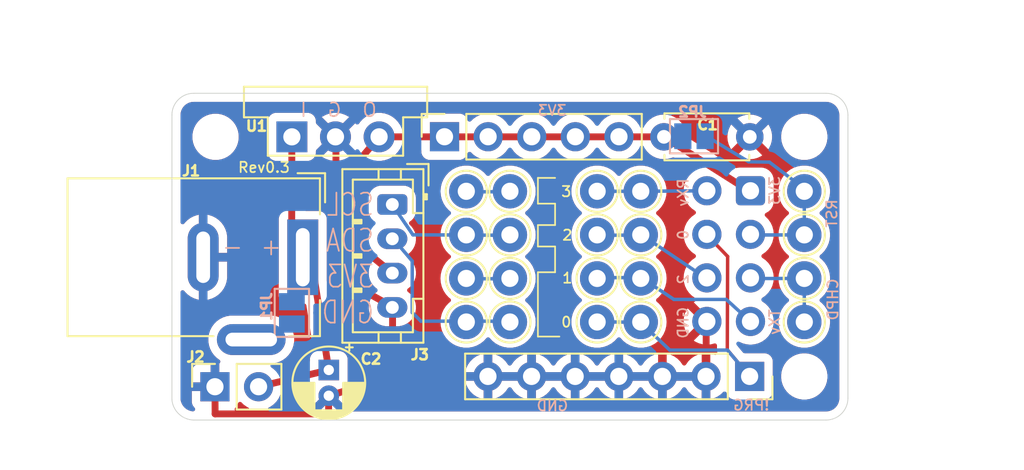
<source format=kicad_pcb>
(kicad_pcb (version 20240108) (generator "pcbnew") (generator_version "8.0")
  (layers (0 "F.Cu" signal) (31 "B.Cu" signal) (34 "B.Paste" user) (35 "F.Paste" user) (36 "B.SilkS" user "B.Silkscreen") (37 "F.SilkS" user "F.Silkscreen") (38 "B.Mask" user) (39 "F.Mask" user) (44 "Edge.Cuts" user))
  (net 0 "")
  (net 1 "GND")
  (net 2 "+3.3V")
  (net 3 "Net-(J2-Pin_2)")
  (net 4 "Net-(JP1-A)")
  (net 7 "Net-(J6-Pin_3)")
  (footprint "Capacitor_THT:CP_Radial_D4.0mm_P1.50mm" (layer "F.Cu") (at 65.5 171.12 -90)
    (property "Reference" "C2" (at -0.64 -2.46 180) (layer "F.SilkS") (effects (font (size 0.6 0.6))))
    (property "Value" "10")
    (fp_line (start 0.75 0.84) (end 0.75 2.08) (stroke (width 0.12)) (layer "F.SilkS"))
    (fp_line (start 0.79 0.84) (end 0.79 2.08) (stroke (width 0.12)) (layer "F.SilkS"))
    (fp_line (start 0.83 0.84) (end 0.83 2.079) (stroke (width 0.12)) (layer "F.SilkS"))
    (fp_line (start 0.87 0.84) (end 0.87 2.077) (stroke (width 0.12)) (layer "F.SilkS"))
    (fp_line (start 0.91 0.84) (end 0.91 2.074) (stroke (width 0.12)) (layer "F.SilkS"))
    (fp_line (start 0.95 0.84) (end 0.95 2.071) (stroke (width 0.12)) (layer "F.SilkS"))
    (fp_line (start 0.99 0.84) (end 0.99 2.067) (stroke (width 0.12)) (layer "F.SilkS"))
    (fp_line (start 1.03 0.84) (end 1.03 2.062) (stroke (width 0.12)) (layer "F.SilkS"))
    (fp_line (start 1.07 0.84) (end 1.07 2.056) (stroke (width 0.12)) (layer "F.SilkS"))
    (fp_line (start 1.11 0.84) (end 1.11 2.05) (stroke (width 0.12)) (layer "F.SilkS"))
    (fp_line (start 1.15 0.84) (end 1.15 2.042) (stroke (width 0.12)) (layer "F.SilkS"))
    (fp_line (start 1.19 0.84) (end 1.19 2.034) (stroke (width 0.12)) (layer "F.SilkS"))
    (fp_line (start 1.23 0.84) (end 1.23 2.025) (stroke (width 0.12)) (layer "F.SilkS"))
    (fp_line (start 1.27 0.84) (end 1.27 2.016) (stroke (width 0.12)) (layer "F.SilkS"))
    (fp_line (start 1.31 0.84) (end 1.31 2.005) (stroke (width 0.12)) (layer "F.SilkS"))
    (fp_line (start 1.35 0.84) (end 1.35 1.994) (stroke (width 0.12)) (layer "F.SilkS"))
    (fp_line (start 1.39 0.84) (end 1.39 1.982) (stroke (width 0.12)) (layer "F.SilkS"))
    (fp_line (start 1.43 0.84) (end 1.43 1.968) (stroke (width 0.12)) (layer "F.SilkS"))
    (fp_line (start 1.471 0.84) (end 1.471 1.954) (stroke (width 0.12)) (layer "F.SilkS"))
    (fp_line (start 1.511 0.84) (end 1.511 1.94) (stroke (width 0.12)) (layer "F.SilkS"))
    (fp_line (start 1.551 0.84) (end 1.551 1.924) (stroke (width 0.12)) (layer "F.SilkS"))
    (fp_line (start 1.591 0.84) (end 1.591 1.907) (stroke (width 0.12)) (layer "F.SilkS"))
    (fp_line (start 1.631 0.84) (end 1.631 1.889) (stroke (width 0.12)) (layer "F.SilkS"))
    (fp_line (start 1.671 0.84) (end 1.671 1.87) (stroke (width 0.12)) (layer "F.SilkS"))
    (fp_line (start 1.711 0.84) (end 1.711 1.851) (stroke (width 0.12)) (layer "F.SilkS"))
    (fp_line (start 1.751 0.84) (end 1.751 1.83) (stroke (width 0.12)) (layer "F.SilkS"))
    (fp_line (start 1.791 0.84) (end 1.791 1.808) (stroke (width 0.12)) (layer "F.SilkS"))
    (fp_line (start 1.831 0.84) (end 1.831 1.785) (stroke (width 0.12)) (layer "F.SilkS"))
    (fp_line (start 1.871 0.84) (end 1.871 1.76) (stroke (width 0.12)) (layer "F.SilkS"))
    (fp_line (start 1.911 0.84) (end 1.911 1.735) (stroke (width 0.12)) (layer "F.SilkS"))
    (fp_line (start 1.951 0.84) (end 1.951 1.708) (stroke (width 0.12)) (layer "F.SilkS"))
    (fp_line (start 1.991 0.84) (end 1.991 1.68) (stroke (width 0.12)) (layer "F.SilkS"))
    (fp_line (start 2.031 0.84) (end 2.031 1.65) (stroke (width 0.12)) (layer "F.SilkS"))
    (fp_line (start 2.071 0.84) (end 2.071 1.619) (stroke (width 0.12)) (layer "F.SilkS"))
    (fp_line (start 2.111 0.84) (end 2.111 1.587) (stroke (width 0.12)) (layer "F.SilkS"))
    (fp_line (start 2.151 0.84) (end 2.151 1.552) (stroke (width 0.12)) (layer "F.SilkS"))
    (fp_line (start 2.191 0.84) (end 2.191 1.516) (stroke (width 0.12)) (layer "F.SilkS"))
    (fp_line (start 2.231 0.84) (end 2.231 1.478) (stroke (width 0.12)) (layer "F.SilkS"))
    (fp_line (start 2.271 0.84) (end 2.271 1.438) (stroke (width 0.12)) (layer "F.SilkS"))
    (fp_line (start 2.311 0.84) (end 2.311 1.396) (stroke (width 0.12)) (layer "F.SilkS"))
    (fp_line (start 2.831 -0.37) (end 2.831 0.37) (stroke (width 0.12)) (layer "F.SilkS"))
    (fp_line (start 2.791 -0.537) (end 2.791 0.537) (stroke (width 0.12)) (layer "F.SilkS"))
    (fp_line (start 2.751 -0.664) (end 2.751 0.664) (stroke (width 0.12)) (layer "F.SilkS"))
    (fp_line (start 2.711 -0.768) (end 2.711 0.768) (stroke (width 0.12)) (layer "F.SilkS"))
    (fp_line (start 2.671 -0.859) (end 2.671 0.859) (stroke (width 0.12)) (layer "F.SilkS"))
    (fp_line (start 2.631 -0.94) (end 2.631 0.94) (stroke (width 0.12)) (layer "F.SilkS"))
    (fp_line (start 2.591 -1.013) (end 2.591 1.013) (stroke (width 0.12)) (layer "F.SilkS"))
    (fp_line (start 2.551 -1.08) (end 2.551 1.08) (stroke (width 0.12)) (layer "F.SilkS"))
    (fp_line (start 2.511 -1.142) (end 2.511 1.142) (stroke (width 0.12)) (layer "F.SilkS"))
    (fp_line (start -1.519801 -1.195) (end -1.119801 -1.195) (stroke (width 0.12)) (layer "F.SilkS"))
    (fp_line (start 2.471 -1.2) (end 2.471 1.2) (stroke (width 0.12)) (layer "F.SilkS"))
    (fp_line (start 2.431 -1.254) (end 2.431 1.254) (stroke (width 0.12)) (layer "F.SilkS"))
    (fp_line (start 2.391 -1.304) (end 2.391 1.304) (stroke (width 0.12)) (layer "F.SilkS"))
    (fp_line (start 2.351 -1.351) (end 2.351 1.351) (stroke (width 0.12)) (layer "F.SilkS"))
    (fp_line (start -1.319801 -1.395) (end -1.319801 -0.995) (stroke (width 0.12)) (layer "F.SilkS"))
    (fp_line (start 2.311 -1.396) (end 2.311 -0.84) (stroke (width 0.12)) (layer "F.SilkS"))
    (fp_line (start 2.271 -1.438) (end 2.271 -0.84) (stroke (width 0.12)) (layer "F.SilkS"))
    (fp_line (start 2.231 -1.478) (end 2.231 -0.84) (stroke (width 0.12)) (layer "F.SilkS"))
    (fp_line (start 2.191 -1.516) (end 2.191 -0.84) (stroke (width 0.12)) (layer "F.SilkS"))
    (fp_line (start 2.151 -1.552) (end 2.151 -0.84) (stroke (width 0.12)) (layer "F.SilkS"))
    (fp_line (start 2.111 -1.587) (end 2.111 -0.84) (stroke (width 0.12)) (layer "F.SilkS"))
    (fp_line (start 2.071 -1.619) (end 2.071 -0.84) (stroke (width 0.12)) (layer "F.SilkS"))
    (fp_line (start 2.031 -1.65) (end 2.031 -0.84) (stroke (width 0.12)) (layer "F.SilkS"))
    (fp_line (start 1.991 -1.68) (end 1.991 -0.84) (stroke (width 0.12)) (layer "F.SilkS"))
    (fp_line (start 1.951 -1.708) (end 1.951 -0.84) (stroke (width 0.12)) (layer "F.SilkS"))
    (fp_line (start 1.911 -1.735) (end 1.911 -0.84) (stroke (width 0.12)) (layer "F.SilkS"))
    (fp_line (start 1.871 -1.76) (end 1.871 -0.84) (stroke (width 0.12)) (layer "F.SilkS"))
    (fp_line (start 1.831 -1.785) (end 1.831 -0.84) (stroke (width 0.12)) (layer "F.SilkS"))
    (fp_line (start 1.791 -1.808) (end 1.791 -0.84) (stroke (width 0.12)) (layer "F.SilkS"))
    (fp_line (start 1.751 -1.83) (end 1.751 -0.84) (stroke (width 0.12)) (layer "F.SilkS"))
    (fp_line (start 1.711 -1.851) (end 1.711 -0.84) (stroke (width 0.12)) (layer "F.SilkS"))
    (fp_line (start 1.671 -1.87) (end 1.671 -0.84) (stroke (width 0.12)) (layer "F.SilkS"))
    (fp_line (start 1.631 -1.889) (end 1.631 -0.84) (stroke (width 0.12)) (layer "F.SilkS"))
    (fp_line (start 1.591 -1.907) (end 1.591 -0.84) (stroke (width 0.12)) (layer "F.SilkS"))
    (fp_line (start 1.551 -1.924) (end 1.551 -0.84) (stroke (width 0.12)) (layer "F.SilkS"))
    (fp_line (start 1.511 -1.94) (end 1.511 -0.84) (stroke (width 0.12)) (layer "F.SilkS"))
    (fp_line (start 1.471 -1.954) (end 1.471 -0.84) (stroke (width 0.12)) (layer "F.SilkS"))
    (fp_line (start 1.43 -1.968) (end 1.43 -0.84) (stroke (width 0.12)) (layer "F.SilkS"))
    (fp_line (start 1.39 -1.982) (end 1.39 -0.84) (stroke (width 0.12)) (layer "F.SilkS"))
    (fp_line (start 1.35 -1.994) (end 1.35 -0.84) (stroke (width 0.12)) (layer "F.SilkS"))
    (fp_line (start 1.31 -2.005) (end 1.31 -0.84) (stroke (width 0.12)) (layer "F.SilkS"))
    (fp_line (start 1.27 -2.016) (end 1.27 -0.84) (stroke (width 0.12)) (layer "F.SilkS"))
    (fp_line (start 1.23 -2.025) (end 1.23 -0.84) (stroke (width 0.12)) (layer "F.SilkS"))
    (fp_line (start 1.19 -2.034) (end 1.19 -0.84) (stroke (width 0.12)) (layer "F.SilkS"))
    (fp_line (start 1.15 -2.042) (end 1.15 -0.84) (stroke (width 0.12)) (layer "F.SilkS"))
    (fp_line (start 1.11 -2.05) (end 1.11 -0.84) (stroke (width 0.12)) (layer "F.SilkS"))
    (fp_line (start 1.07 -2.056) (end 1.07 -0.84) (stroke (width 0.12)) (layer "F.SilkS"))
    (fp_line (start 1.03 -2.062) (end 1.03 -0.84) (stroke (width 0.12)) (layer "F.SilkS"))
    (fp_line (start 0.99 -2.067) (end 0.99 -0.84) (stroke (width 0.12)) (layer "F.SilkS"))
    (fp_line (start 0.95 -2.071) (end 0.95 -0.84) (stroke (width 0.12)) (layer "F.SilkS"))
    (fp_line (start 0.91 -2.074) (end 0.91 -0.84) (stroke (width 0.12)) (layer "F.SilkS"))
    (fp_line (start 0.87 -2.077) (end 0.87 -0.84) (stroke (width 0.12)) (layer "F.SilkS"))
    (fp_line (start 0.83 -2.079) (end 0.83 -0.84) (stroke (width 0.12)) (layer "F.SilkS"))
    (fp_line (start 0.75 -2.08) (end 0.75 -0.84) (stroke (width 0.12)) (layer "F.SilkS"))
    (fp_line (start 0.79 -2.08) (end 0.79 -0.84) (stroke (width 0.12)) (layer "F.SilkS"))
    (fp_circle (center 0.75 0) (end 2.87 0) (stroke (width 0.12)) (fill none) (layer "F.SilkS"))
    (pad "1" thru_hole rect (at 0 0 270) (size 1.2 1.2) (drill 0.6) (layers "*.Cu" "*.Mask") (net 3 "Net-(J2-Pin_2)"))
    (pad "2" thru_hole circle (at 1.5 0 270) (size 1.2 1.2) (drill 0.6) (layers "*.Cu" "*.Mask") (net 1 "GND"))
  )
  (footprint "Connector_BarrelJack:BarrelJack_Wuerth_6941xx301002" (layer "F.Cu") (at 63.9846 164.546 -90)
    (property "Reference" "J1" (at -5.036 6.5046 180) (layer "F.SilkS") (effects (font (size 0.6 0.6))))
    (property "Value" "Barrel_Jack_Switch_MountingPin")
    (fp_line (start -4.6 13.7) (end -4.6 -1) (stroke (width 0.12)) (layer "F.SilkS"))
    (fp_line (start 4.6 13.7) (end -4.6 13.7) (stroke (width 0.12)) (layer "F.SilkS"))
    (fp_line (start 4.6 5.2) (end 4.6 13.7) (stroke (width 0.12)) (layer "F.SilkS"))
    (fp_line (start -4.6 -1) (end -2.5 -1) (stroke (width 0.12)) (layer "F.SilkS"))
    (fp_line (start 2.5 -1) (end 4.6 -1) (stroke (width 0.12)) (layer "F.SilkS"))
    (fp_line (start 4.6 -1) (end 4.6 0.8) (stroke (width 0.12)) (layer "F.SilkS"))
    (fp_line (start -4.9 -1.3) (end -4.9 0.3) (stroke (width 0.12)) (layer "F.SilkS"))
    (fp_line (start -3.2 -1.3) (end -4.9 -1.3) (stroke (width 0.12)) (layer "F.SilkS"))
    (pad "1" thru_hole rect (at 0 0 270) (size 4.4 1.8) (drill oval 3.4 0.8) (layers "*.Cu" "*.Mask") (net 3 "Net-(J2-Pin_2)"))
    (pad "2" thru_hole oval (at 0 5.8 270) (size 4 1.8) (drill oval 3 0.8) (layers "*.Cu" "*.Mask") (net 1 "GND"))
    (pad "3" thru_hole oval (at 4.8 3) (size 4 1.8) (drill oval 3 0.8) (layers "*.Cu" "*.Mask") (net 4 "Net-(JP1-A)"))
  )
  (footprint "Converter_DCDC:Converter_DCDC_Murata_OKI-78SR_Vertical" (layer "F.Cu") (at 63.3496 157.526)
    (property "Reference" "U1" (at -2.0596 -0.626 180) (layer "F.SilkS") (effects (font (size 0.6 0.6))))
    (property "Value" "OKI-78SR-3.3_1.5-W36-C" (hide yes))
    (fp_line (start -2.79 -2.92) (end -2.79 -1.14) (stroke (width 0.12)) (layer "F.SilkS"))
    (fp_line (start -1.4 -1.14) (end -2.79 -1.14) (stroke (width 0.12)) (layer "F.SilkS"))
    (fp_line (start -1.4 1.1) (end -1.4 -1.14) (stroke (width 0.12)) (layer "F.SilkS"))
    (fp_line (start 6.48 -1.14) (end 6.48 1.1) (stroke (width 0.12)) (layer "F.SilkS"))
    (fp_line (start 6.48 1.1) (end -1.4 1.1) (stroke (width 0.12)) (layer "F.SilkS"))
    (fp_line (start 7.88 -2.92) (end -2.79 -2.92) (stroke (width 0.12)) (layer "F.SilkS"))
    (fp_line (start 7.88 -1.15) (end 7.88 -2.92) (stroke (width 0.12)) (layer "F.SilkS"))
    (fp_line (start 7.88 -1.14) (end 6.48 -1.14) (stroke (width 0.12)) (layer "F.SilkS"))
    (pad "1" thru_hole rect (at 0 0) (size 1.8 1.8) (drill 1) (layers "*.Cu" "*.Mask") (net 3 "Net-(J2-Pin_2)"))
    (pad "2" thru_hole circle (at 2.54 0) (size 1.8 1.8) (drill 1) (layers "*.Cu" "*.Mask") (net 1 "GND"))
    (pad "3" thru_hole circle (at 5.08 0) (size 1.8 1.8) (drill 1) (layers "*.Cu" "*.Mask") (net 2 "+3.3V"))
  )
  (footprint "Connector_PinSocket_2.54mm:PinSocket_1x02_P2.54mm_Vertical" (layer "F.Cu") (at 58.87 172.095 90)
    (property "Reference" "J2" (at 1.735 -1.13 0) (layer "F.SilkS") (effects (font (size 0.6 0.6))))
    (property "Value" "Conn_01x02_Socket" (hide yes))
    (fp_line (start 1.33 -1.33) (end 1.33 0) (stroke (width 0.12)) (layer "F.SilkS"))
    (fp_line (start 0 -1.33) (end 1.33 -1.33) (stroke (width 0.12)) (layer "F.SilkS"))
    (fp_line (start 1.33 1.27) (end 1.33 3.87) (stroke (width 0.12)) (layer "F.SilkS"))
    (fp_line (start -1.33 1.27) (end 1.33 1.27) (stroke (width 0.12)) (layer "F.SilkS"))
    (fp_line (start -1.33 1.27) (end -1.33 3.87) (stroke (width 0.12)) (layer "F.SilkS"))
    (fp_line (start -1.33 3.87) (end 1.33 3.87) (stroke (width 0.12)) (layer "F.SilkS"))
    (pad "1" thru_hole rect (at 0 0 90) (size 1.7 1.7) (drill 1) (layers "*.Cu" "*.Mask") (net 1 "GND"))
    (pad "2" thru_hole oval (at 0 2.54 90) (size 1.7 1.7) (drill 1) (layers "*.Cu" "*.Mask") (net 3 "Net-(J2-Pin_2)"))
  )
  (footprint "TestPoint:TestPoint_THTPad_D2.0mm_Drill1.0mm" (layer "F.Cu") (at 73.5096 165.781)
    (property "Reference" "REF**" (hide yes))
    (property "Value" "TestPoint_THTPad_D2.0mm_Drill1.0mm" (hide yes))
    (fp_circle (center 0 0) (end 0 1.2) (stroke (width 0.12)) (fill none) (layer "F.SilkS"))
    (pad "1" thru_hole circle (at 0 0) (size 2 2) (drill 1) (layers "*.Cu" "*.Mask"))
  )
  (footprint "TestPoint:TestPoint_THTPad_D2.0mm_Drill1.0mm" (layer "F.Cu") (at 81.1296 165.781)
    (property "Reference" "REF**" (hide yes))
    (property "Value" "TestPoint_THTPad_D2.0mm_Drill1.0mm" (hide yes))
    (fp_circle (center 0 0) (end 0 1.2) (stroke (width 0.12)) (fill none) (layer "F.SilkS"))
    (pad "1" thru_hole circle (at 0 0) (size 2 2) (drill 1) (layers "*.Cu" "*.Mask"))
  )
  (footprint "TestPoint:TestPoint_THTPad_D2.0mm_Drill1.0mm" (layer "F.Cu") (at 81.1296 168.321)
    (property "Reference" "REF**" (hide yes))
    (property "Value" "TestPoint_THTPad_D2.0mm_Drill1.0mm" (hide yes))
    (fp_circle (center 0 0) (end 0 1.2) (stroke (width 0.12)) (fill none) (layer "F.SilkS"))
    (pad "1" thru_hole circle (at 0 0) (size 2 2) (drill 1) (layers "*.Cu" "*.Mask"))
  )
  (footprint "Capacitor_THT:C_Disc_D4.7mm_W2.5mm_P5.00mm" (layer "F.Cu") (at 85.0196 157.526)
    (property "Reference" "C1" (at 2.5404 -0.706 0) (layer "F.SilkS") (effects (font (size 0.6 0.6))))
    (property "Value" "0.1")
    (fp_line (start 0.03 -1.37) (end 0.03 -1.055) (stroke (width 0.12)) (layer "F.SilkS"))
    (fp_line (start 0.03 -1.37) (end 4.97 -1.37) (stroke (width 0.12)) (layer "F.SilkS"))
    (fp_line (start 0.03 1.055) (end 0.03 1.37) (stroke (width 0.12)) (layer "F.SilkS"))
    (fp_line (start 0.03 1.37) (end 4.97 1.37) (stroke (width 0.12)) (layer "F.SilkS"))
    (fp_line (start 4.97 -1.37) (end 4.97 -1.055) (stroke (width 0.12)) (layer "F.SilkS"))
    (fp_line (start 4.97 1.055) (end 4.97 1.37) (stroke (width 0.12)) (layer "F.SilkS"))
    (pad "1" thru_hole circle (at 0 0) (size 1.6 1.6) (drill 0.8) (layers "*.Cu" "*.Mask") (net 2 "+3.3V"))
    (pad "2" thru_hole circle (at 5 0) (size 1.6 1.6) (drill 0.8) (layers "*.Cu" "*.Mask") (net 1 "GND"))
  )
  (footprint "TestPoint:TestPoint_THTPad_D2.0mm_Drill1.0mm" (layer "F.Cu") (at 93.1946 165.781)
    (property "Reference" "REF**" (hide yes))
    (property "Value" "TestPoint_THTPad_D2.0mm_Drill1.0mm" (hide yes))
    (fp_circle (center 0 0) (end 0 1.2) (stroke (width 0.12)) (fill none) (layer "F.SilkS"))
    (pad "1" thru_hole circle (at 0 0) (size 2 2) (drill 1) (layers "*.Cu" "*.Mask"))
  )
  (footprint "Connector_PinSocket_2.54mm:PinSocket_1x07_P2.54mm_Vertical" (layer "F.Cu") (at 90.01 171.495 -90)
    (property "Reference" "J5" (hide yes))
    (property "Value" "Conn_01x07_Socket" (hide yes))
    (fp_line (start -1.33 16.57) (end 1.33 16.57) (stroke (width 0.12)) (layer "F.SilkS"))
    (fp_line (start -1.33 1.27) (end -1.33 16.57) (stroke (width 0.12)) (layer "F.SilkS"))
    (fp_line (start -1.33 1.27) (end 1.33 1.27) (stroke (width 0.12)) (layer "F.SilkS"))
    (fp_line (start 1.33 1.27) (end 1.33 16.57) (stroke (width 0.12)) (layer "F.SilkS"))
    (fp_line (start 0 -1.33) (end 1.33 -1.33) (stroke (width 0.12)) (layer "F.SilkS"))
    (fp_line (start 1.33 -1.33) (end 1.33 0) (stroke (width 0.12)) (layer "F.SilkS"))
    (pad "1" thru_hole rect (at 0 0 270) (size 1.7 1.7) (drill 1) (layers "*.Cu" "*.Mask"))
    (pad "2" thru_hole oval (at 0 2.54 270) (size 1.7 1.7) (drill 1) (layers "*.Cu" "*.Mask") (net 1 "GND"))
    (pad "3" thru_hole oval (at 0 5.08 270) (size 1.7 1.7) (drill 1) (layers "*.Cu" "*.Mask") (net 1 "GND"))
    (pad "4" thru_hole oval (at 0 7.62 270) (size 1.7 1.7) (drill 1) (layers "*.Cu" "*.Mask") (net 1 "GND"))
    (pad "5" thru_hole oval (at 0 10.16 270) (size 1.7 1.7) (drill 1) (layers "*.Cu" "*.Mask") (net 1 "GND"))
    (pad "6" thru_hole oval (at 0 12.7 270) (size 1.7 1.7) (drill 1) (layers "*.Cu" "*.Mask") (net 1 "GND"))
    (pad "7" thru_hole oval (at 0 15.24 270) (size 1.7 1.7) (drill 1) (layers "*.Cu" "*.Mask") (net 1 "GND"))
  )
  (footprint "TestPoint:TestPoint_THTPad_D2.0mm_Drill1.0mm" (layer "F.Cu") (at 73.5096 168.321)
    (property "Reference" "REF**" (hide yes))
    (property "Value" "TestPoint_THTPad_D2.0mm_Drill1.0mm" (hide yes))
    (fp_circle (center 0 0) (end 0 1.2) (stroke (width 0.12)) (fill none) (layer "F.SilkS"))
    (pad "1" thru_hole circle (at 0 0) (size 2 2) (drill 1) (layers "*.Cu" "*.Mask"))
  )
  (footprint "TestPoint:TestPoint_THTPad_D2.0mm_Drill1.0mm" (layer "F.Cu") (at 76.0496 165.781)
    (property "Reference" "REF**" (hide yes))
    (property "Value" "TestPoint_THTPad_D2.0mm_Drill1.0mm" (hide yes))
    (fp_circle (center 0 0) (end 0 1.2) (stroke (width 0.12)) (fill none) (layer "F.SilkS"))
    (pad "1" thru_hole circle (at 0 0) (size 2 2) (drill 1) (layers "*.Cu" "*.Mask"))
  )
  (footprint "TestPoint:TestPoint_THTPad_D2.0mm_Drill1.0mm" (layer "F.Cu") (at 76.0496 168.321)
    (property "Reference" "REF**" (hide yes))
    (property "Value" "TestPoint_THTPad_D2.0mm_Drill1.0mm" (hide yes))
    (fp_circle (center 0 0) (end 0 1.2) (stroke (width 0.12)) (fill none) (layer "F.SilkS"))
    (pad "1" thru_hole circle (at 0 0) (size 2 2) (drill 1) (layers "*.Cu" "*.Mask"))
  )
  (footprint "TestPoint:TestPoint_THTPad_D2.0mm_Drill1.0mm" (layer "F.Cu") (at 83.6696 168.321)
    (property "Reference" "REF**" (hide yes))
    (property "Value" "TestPoint_THTPad_D2.0mm_Drill1.0mm" (hide yes))
    (fp_circle (center 0 0) (end 0 1.2) (stroke (width 0.12)) (fill none) (layer "F.SilkS"))
    (pad "1" thru_hole circle (at 0 0) (size 2 2) (drill 1) (layers "*.Cu" "*.Mask"))
  )
  (footprint "Connector_PinSocket_2.54mm:PinSocket_1x05_P2.54mm_Vertical" (layer "F.Cu") (at 72.24 157.52 90)
    (property "Reference" "J4" (hide yes))
    (property "Value" "Conn_01x05_Socket" (hide yes))
    (fp_line (start 1.33 -1.33) (end 1.33 0) (stroke (width 0.12)) (layer "F.SilkS"))
    (fp_line (start 0 -1.33) (end 1.33 -1.33) (stroke (width 0.12)) (layer "F.SilkS"))
    (fp_line (start 1.33 1.27) (end 1.33 11.49) (stroke (width 0.12)) (layer "F.SilkS"))
    (fp_line (start -1.33 1.27) (end 1.33 1.27) (stroke (width 0.12)) (layer "F.SilkS"))
    (fp_line (start -1.33 1.27) (end -1.33 11.49) (stroke (width 0.12)) (layer "F.SilkS"))
    (fp_line (start -1.33 11.49) (end 1.33 11.49) (stroke (width 0.12)) (layer "F.SilkS"))
    (pad "1" thru_hole rect (at 0 0 90) (size 1.7 1.7) (drill 1) (layers "*.Cu" "*.Mask") (net 2 "+3.3V"))
    (pad "2" thru_hole oval (at 0 2.54 90) (size 1.7 1.7) (drill 1) (layers "*.Cu" "*.Mask") (net 2 "+3.3V"))
    (pad "3" thru_hole oval (at 0 5.08 90) (size 1.7 1.7) (drill 1) (layers "*.Cu" "*.Mask") (net 2 "+3.3V"))
    (pad "4" thru_hole oval (at 0 7.62 90) (size 1.7 1.7) (drill 1) (layers "*.Cu" "*.Mask") (net 2 "+3.3V"))
    (pad "5" thru_hole oval (at 0 10.16 90) (size 1.7 1.7) (drill 1) (layers "*.Cu" "*.Mask") (net 2 "+3.3V"))
  )
  (footprint "MountingHole:MountingHole_2.2mm_M2_DIN965" (layer "F.Cu") (at 93.1946 157.526)
    (property "Reference" "REF**" (hide yes))
    (property "Value" "MountingHole_2.2mm_M2_DIN965")
    (pad "" np_thru_hole circle (at 0 0) (size 2.2 2.2) (drill 2.2) (layers "F&B.Cu" "*.Mask"))
  )
  (footprint "TestPoint:TestPoint_THTPad_D2.0mm_Drill1.0mm" (layer "F.Cu") (at 93.1946 168.321)
    (property "Reference" "REF**" (hide yes))
    (property "Value" "TestPoint_THTPad_D2.0mm_Drill1.0mm" (hide yes))
    (fp_circle (center 0 0) (end 0 1.2) (stroke (width 0.12)) (fill none) (layer "F.SilkS"))
    (pad "1" thru_hole circle (at 0 0) (size 2 2) (drill 1) (layers "*.Cu" "*.Mask"))
  )
  (footprint "TestPoint:TestPoint_THTPad_D2.0mm_Drill1.0mm" (layer "F.Cu") (at 73.5096 163.241)
    (property "Reference" "REF**" (hide yes))
    (property "Value" "TestPoint_THTPad_D2.0mm_Drill1.0mm" (hide yes))
    (fp_circle (center 0 0) (end 0 1.2) (stroke (width 0.12)) (fill none) (layer "F.SilkS"))
    (pad "1" thru_hole circle (at 0 0) (size 2 2) (drill 1) (layers "*.Cu" "*.Mask"))
  )
  (footprint "TestPoint:TestPoint_THTPad_D2.0mm_Drill1.0mm" (layer "F.Cu") (at 93.1946 163.241)
    (property "Reference" "REF**" (hide yes))
    (property "Value" "TestPoint_THTPad_D2.0mm_Drill1.0mm" (hide yes))
    (fp_circle (center 0 0) (end 0 1.2) (stroke (width 0.12)) (fill none) (layer "F.SilkS"))
    (pad "1" thru_hole circle (at 0 0) (size 2 2) (drill 1) (layers "*.Cu" "*.Mask"))
  )
  (footprint "TestPoint:TestPoint_THTPad_D2.0mm_Drill1.0mm" (layer "F.Cu") (at 83.6696 160.701)
    (property "Reference" "REF**" (hide yes))
    (property "Value" "TestPoint_THTPad_D2.0mm_Drill1.0mm" (hide yes))
    (fp_circle (center 0 0) (end 0 1.2) (stroke (width 0.12)) (fill none) (layer "F.SilkS"))
    (pad "1" thru_hole circle (at 0 0) (size 2 2) (drill 1) (layers "*.Cu" "*.Mask"))
  )
  (footprint "TestPoint:TestPoint_THTPad_D2.0mm_Drill1.0mm" (layer "F.Cu") (at 83.6696 165.781)
    (property "Reference" "REF**" (hide yes))
    (property "Value" "TestPoint_THTPad_D2.0mm_Drill1.0mm" (hide yes))
    (fp_circle (center 0 0) (end 0 1.2) (stroke (width 0.12)) (fill none) (layer "F.SilkS"))
    (pad "1" thru_hole circle (at 0 0) (size 2 2) (drill 1) (layers "*.Cu" "*.Mask"))
  )
  (footprint "TestPoint:TestPoint_THTPad_D2.0mm_Drill1.0mm" (layer "F.Cu") (at 76.0496 163.241)
    (property "Reference" "REF**" (hide yes))
    (property "Value" "TestPoint_THTPad_D2.0mm_Drill1.0mm" (hide yes))
    (fp_circle (center 0 0) (end 0 1.2) (stroke (width 0.12)) (fill none) (layer "F.SilkS"))
    (pad "1" thru_hole circle (at 0 0) (size 2 2) (drill 1) (layers "*.Cu" "*.Mask"))
  )
  (footprint "TestPoint:TestPoint_THTPad_D2.0mm_Drill1.0mm" (layer "F.Cu") (at 81.1296 160.701)
    (property "Reference" "REF**" (hide yes))
    (property "Value" "TestPoint_THTPad_D2.0mm_Drill1.0mm" (hide yes))
    (fp_circle (center 0 0) (end 0 1.2) (stroke (width 0.12)) (fill none) (layer "F.SilkS"))
    (pad "1" thru_hole circle (at 0 0) (size 2 2) (drill 1) (layers "*.Cu" "*.Mask"))
  )
  (footprint "Connector_JST:JST_PH_B4B-PH-K_1x04_P2.00mm_Vertical" (layer "F.Cu") (at 69.2 161.47 -90)
    (property "Reference" "J3" (at 8.76 -1.6 0) (layer "F.SilkS") (effects (font (size 0.6 0.6))))
    (property "Value" "JST_PH_B4B-PH-K_1x04_P2.00mm_Vertical" (hide yes))
    (fp_line (start -2.06 2.91) (end 8.06 2.91) (stroke (width 0.12)) (layer "F.SilkS"))
    (fp_line (start 8.06 2.91) (end 8.06 -1.81) (stroke (width 0.12)) (layer "F.SilkS"))
    (fp_line (start -1.45 2.3) (end 7.45 2.3) (stroke (width 0.12)) (layer "F.SilkS"))
    (fp_line (start 0.9 2.3) (end 0.9 1.8) (stroke (width 0.12)) (layer "F.SilkS"))
    (fp_line (start 1 2.3) (end 1 1.8) (stroke (width 0.12)) (layer "F.SilkS"))
    (fp_line (start 2.9 2.3) (end 2.9 1.8) (stroke (width 0.12)) (layer "F.SilkS"))
    (fp_line (start 3 2.3) (end 3 1.8) (stroke (width 0.12)) (layer "F.SilkS"))
    (fp_line (start 4.9 2.3) (end 4.9 1.8) (stroke (width 0.12)) (layer "F.SilkS"))
    (fp_line (start 5 2.3) (end 5 1.8) (stroke (width 0.12)) (layer "F.SilkS"))
    (fp_line (start 7.45 2.3) (end 7.45 -1.2) (stroke (width 0.12)) (layer "F.SilkS"))
    (fp_line (start 0.9 1.8) (end 1.1 1.8) (stroke (width 0.12)) (layer "F.SilkS"))
    (fp_line (start 1.1 1.8) (end 1.1 2.3) (stroke (width 0.12)) (layer "F.SilkS"))
    (fp_line (start 2.9 1.8) (end 3.1 1.8) (stroke (width 0.12)) (layer "F.SilkS"))
    (fp_line (start 3.1 1.8) (end 3.1 2.3) (stroke (width 0.12)) (layer "F.SilkS"))
    (fp_line (start 4.9 1.8) (end 5.1 1.8) (stroke (width 0.12)) (layer "F.SilkS"))
    (fp_line (start 5.1 1.8) (end 5.1 2.3) (stroke (width 0.12)) (layer "F.SilkS"))
    (fp_line (start -2.06 0.8) (end -1.45 0.8) (stroke (width 0.12)) (layer "F.SilkS"))
    (fp_line (start 8.06 0.8) (end 7.45 0.8) (stroke (width 0.12)) (layer "F.SilkS"))
    (fp_line (start -2.06 -0.5) (end -1.45 -0.5) (stroke (width 0.12)) (layer "F.SilkS"))
    (fp_line (start 8.06 -0.5) (end 7.45 -0.5) (stroke (width 0.12)) (layer "F.SilkS"))
    (fp_line (start -1.45 -1.2) (end -1.45 2.3) (stroke (width 0.12)) (layer "F.SilkS"))
    (fp_line (start 0.5 -1.2) (end -1.45 -1.2) (stroke (width 0.12)) (layer "F.SilkS"))
    (fp_line (start 5.5 -1.2) (end 5.5 -1.81) (stroke (width 0.12)) (layer "F.SilkS"))
    (fp_line (start 7.45 -1.2) (end 5.5 -1.2) (stroke (width 0.12)) (layer "F.SilkS"))
    (fp_line (start -2.06 -1.81) (end -2.06 2.91) (stroke (width 0.12)) (layer "F.SilkS"))
    (fp_line (start -0.3 -1.81) (end -0.3 -2.01) (stroke (width 0.12)) (layer "F.SilkS"))
    (fp_line (start 0.5 -1.81) (end 0.5 -1.2) (stroke (width 0.12)) (layer "F.SilkS"))
    (fp_line (start 8.06 -1.81) (end -2.06 -1.81) (stroke (width 0.12)) (layer "F.SilkS"))
    (fp_line (start -0.3 -1.91) (end -0.6 -1.91) (stroke (width 0.12)) (layer "F.SilkS"))
    (fp_line (start -0.6 -2.01) (end -0.6 -1.81) (stroke (width 0.12)) (layer "F.SilkS"))
    (fp_line (start -0.3 -2.01) (end -0.6 -2.01) (stroke (width 0.12)) (layer "F.SilkS"))
    (fp_line (start -2.36 -2.11) (end -2.36 -0.86) (stroke (width 0.12)) (layer "F.SilkS"))
    (fp_line (start -1.11 -2.11) (end -2.36 -2.11) (stroke (width 0.12)) (layer "F.SilkS"))
    (pad "1" thru_hole roundrect (at 0 0 270) (size 1.2 1.75) (drill 0.75) (layers "*.Cu" "*.Mask") (roundrect_rratio 0.208333))
    (pad "2" thru_hole oval (at 2 0 270) (size 1.2 1.75) (drill 0.75) (layers "*.Cu" "*.Mask"))
    (pad "3" thru_hole oval (at 4 0 270) (size 1.2 1.75) (drill 0.75) (layers "*.Cu" "*.Mask"))
    (pad "4" thru_hole oval (at 6 0 270) (size 1.2 1.75) (drill 0.75) (layers "*.Cu" "*.Mask"))
  )
  (footprint "TestPoint:TestPoint_THTPad_D2.0mm_Drill1.0mm" (layer "F.Cu") (at 83.6696 163.241)
    (property "Reference" "REF**" (hide yes))
    (property "Value" "TestPoint_THTPad_D2.0mm_Drill1.0mm" (hide yes))
    (fp_circle (center 0 0) (end 0 1.2) (stroke (width 0.12)) (fill none) (layer "F.SilkS"))
    (pad "1" thru_hole circle (at 0 0) (size 2 2) (drill 1) (layers "*.Cu" "*.Mask"))
  )
  (footprint "TestPoint:TestPoint_THTPad_D2.0mm_Drill1.0mm" (layer "F.Cu") (at 76.0496 160.701)
    (property "Reference" "REF**" (hide yes))
    (property "Value" "TestPoint_THTPad_D2.0mm_Drill1.0mm" (hide yes))
    (fp_circle (center 0 0) (end 0 1.2) (stroke (width 0.12)) (fill none) (layer "F.SilkS"))
    (pad "1" thru_hole circle (at 0 0) (size 2 2) (drill 1) (layers "*.Cu" "*.Mask"))
  )
  (footprint "TestPoint:TestPoint_THTPad_D2.0mm_Drill1.0mm" (layer "F.Cu") (at 73.5096 160.701)
    (property "Reference" "REF**" (hide yes))
    (property "Value" "TestPoint_THTPad_D2.0mm_Drill1.0mm" (hide yes))
    (fp_circle (center 0 0) (end 0 1.2) (stroke (width 0.12)) (fill none) (layer "F.SilkS"))
    (pad "1" thru_hole circle (at 0 0) (size 2 2) (drill 1) (layers "*.Cu" "*.Mask"))
  )
  (footprint "TestPoint:TestPoint_THTPad_D2.0mm_Drill1.0mm" (layer "F.Cu") (at 93.1946 160.701)
    (property "Reference" "REF**" (hide yes))
    (property "Value" "TestPoint_THTPad_D2.0mm_Drill1.0mm" (hide yes))
    (fp_circle (center 0 0) (end 0 1.2) (stroke (width 0.12)) (fill none) (layer "F.SilkS"))
    (pad "1" thru_hole circle (at 0 0) (size 2 2) (drill 1) (layers "*.Cu" "*.Mask"))
  )
  (footprint "MountingHole:MountingHole_2.2mm_M2_DIN965" (layer "F.Cu") (at 58.9046 157.526)
    (property "Reference" "REF**" (hide yes))
    (property "Value" "MountingHole_2.2mm_M2_DIN965")
    (pad "" np_thru_hole circle (at 0 0) (size 2.2 2.2) (drill 2.2) (layers "*.Cu" "*.Mask"))
  )
  (footprint "MountingHole:MountingHole_2.2mm_M2_DIN965" (layer "F.Cu") (at 93.1946 171.496)
    (property "Reference" "REF**" (hide yes))
    (property "Value" "MountingHole_2.2mm_M2_DIN965")
    (pad "" np_thru_hole circle (at 0 0) (size 2.2 2.2) (drill 2.2) (layers "F&B.Cu" "*.Mask"))
  )
  (footprint "TestPoint:TestPoint_THTPad_D2.0mm_Drill1.0mm" (layer "F.Cu") (at 81.1296 163.241)
    (property "Reference" "REF**" (hide yes))
    (property "Value" "TestPoint_THTPad_D2.0mm_Drill1.0mm" (hide yes))
    (fp_circle (center 0 0) (end 0 1.2) (stroke (width 0.12)) (fill none) (layer "F.SilkS"))
    (pad "1" thru_hole circle (at 0 0) (size 2 2) (drill 1) (layers "*.Cu" "*.Mask"))
  )
  (footprint "Connector_IDC:IDC-Header_2x04_P2.54mm_Vertical" (layer "B.Cu") (at 90.06 160.67 180)
    (property "Reference" "J6" (hide yes))
    (property "Value" "Conn_02x04_Odd_Even")
    (pad "1" thru_hole roundrect (at 0 0 180) (size 1.7 1.7) (drill 1) (layers "*.Cu" "*.Mask") (roundrect_rratio 0.147059) (net 2 "+3.3V"))
    (pad "2" thru_hole circle (at 2.54 0 180) (size 1.7 1.7) (drill 1) (layers "*.Cu" "*.Mask"))
    (pad "3" thru_hole circle (at 0 -2.54 180) (size 1.7 1.7) (drill 1) (layers "*.Cu" "*.Mask") (net 7 "Net-(J6-Pin_3)"))
    (pad "4" thru_hole circle (at 2.54 -2.54 180) (size 1.7 1.7) (drill 1) (layers "*.Cu" "*.Mask"))
    (pad "5" thru_hole circle (at 0 -5.08 180) (size 1.7 1.7) (drill 1) (layers "*.Cu" "*.Mask"))
    (pad "6" thru_hole circle (at 2.54 -5.08 180) (size 1.7 1.7) (drill 1) (layers "*.Cu" "*.Mask"))
    (pad "7" thru_hole circle (at 0 -7.62 180) (size 1.7 1.7) (drill 1) (layers "*.Cu" "*.Mask"))
    (pad "8" thru_hole circle (at 2.54 -7.62 180) (size 1.7 1.7) (drill 1) (layers "*.Cu" "*.Mask") (net 1 "GND"))
  )
  (footprint "Jumper:SolderJumper-2_P1.3mm_Open_Pad1.0x1.5mm" (layer "B.Cu") (at 86.77 157.49 180)
    (property "Reference" "JP2" (at 0.09 1.42 180) (layer "B.SilkS") (effects (font (size 0.6 0.6)) (justify mirror)))
    (property "Value" "SolderJumper_2_Open" (hide yes))
    (fp_line (start 1.4 1) (end -1.4 1) (stroke (width 0.12)) (layer "B.SilkS"))
    (fp_line (start 1.4 -1) (end 1.4 1) (stroke (width 0.12)) (layer "B.SilkS"))
    (fp_line (start -1.4 1) (end -1.4 -1) (stroke (width 0.12)) (layer "B.SilkS"))
    (fp_line (start -1.4 -1) (end 1.4 -1) (stroke (width 0.12)) (layer "B.SilkS"))
    (pad "1" smd rect (at -0.65 0 180) (size 1 1.5) (layers "B.Cu" "B.Mask") (net 7 "Net-(J6-Pin_3)"))
    (pad "2" smd rect (at 0.65 0 180) (size 1 1.5) (layers "B.Cu" "B.Mask") (net 2 "+3.3V"))
  )
  (footprint "Jumper:SolderJumper-2_P1.3mm_Open_Pad1.0x1.5mm" (layer "B.Cu") (at 63.35 167.79 90)
    (property "Reference" "JP1" (at 0.37 -1.47 -90) (layer "B.SilkS") (effects (font (size 0.6 0.6)) (justify mirror)))
    (property "Value" "SolderJumper_2_Open" (hide yes))
    (fp_line (start 1.4 -1) (end 1.4 1) (stroke (width 0.12)) (layer "B.SilkS"))
    (fp_line (start -1.4 -1) (end 1.4 -1) (stroke (width 0.12)) (layer "B.SilkS"))
    (fp_line (start 1.4 1) (end -1.4 1) (stroke (width 0.12)) (layer "B.SilkS"))
    (fp_line (start -1.4 1) (end -1.4 -1) (stroke (width 0.12)) (layer "B.SilkS"))
    (pad "1" smd rect (at -0.65 0 90) (size 1 1.5) (layers "B.Cu" "B.Mask") (net 4 "Net-(JP1-A)"))
    (pad "2" smd rect (at 0.65 0 90) (size 1 1.5) (layers "B.Cu" "B.Mask") (net 3 "Net-(J2-Pin_2)"))
  )
  (gr_line (start 87.5 163.22) (end 88.7296 164.501) (stroke (width 0.2)) (layer "F.Cu"))
  (gr_line (start 88.7296 164.501) (end 88.71 169.94) (stroke (width 0.2)) (layer "F.Cu"))
  (gr_line (start 58.87 172.16) (end 58.88 173.68) (stroke (width 0.4)) (layer "F.Cu") (net 1))
  (gr_line (start 65.49 172.64) (end 65.49 173.68) (stroke (width 0.4)) (layer "F.Cu") (net 1))
  (gr_line (start 65.913 165.608) (end 69.215 167.434) (stroke (width 0.4)) (layer "F.Cu") (net 1))
  (gr_line (start 64.61 165.49) (end 65.5 171.12) (stroke (width 0.4)) (layer "F.Cu") (net 3))
  (gr_line (start 69.215 171.45) (end 74.803 171.45) (stroke (width 0.4)) (layer "F.Cu") (net 1))
  (gr_line (start 87.4792 171.5) (end 74.78 171.48) (stroke (width 0.4)) (layer "F.Cu") (net 1))
  (gr_line (start 65.5 171.12) (end 61.35 172.11) (stroke (width 0.4)) (layer "F.Cu") (net 3))
  (gr_line (start 67.183 163.83) (end 67.1596 159.05) (stroke (width 0.4)) (layer "F.Cu") (net 2))
  (gr_line (start 69.215 165.481) (end 67.183 163.83) (stroke (width 0.4)) (layer "F.Cu") (net 2))
  (gr_line (start 90.0196 160.701) (end 85.0196 157.526) (stroke (width 0.4)) (layer "F.Cu") (net 2))
  (gr_line (start 65.49 172.64) (end 69.215 171.45) (stroke (width 0.4)) (layer "F.Cu") (net 1))
  (gr_line (start 68.4296 157.526) (end 85.0196 157.526) (stroke (width 0.4)) (layer "F.Cu") (net 2))
  (gr_line (start 65.49 173.68) (end 58.88 173.68) (stroke (width 0.4)) (layer "F.Cu") (net 1))
  (gr_line (start 69.215 167.489) (end 69.215 171.45) (stroke (width 0.4)) (layer "F.Cu") (net 1))
  (gr_line (start 87.4792 171.5) (end 87.4796 168.321) (stroke (width 0.4)) (layer "F.Cu") (net 1))
  (gr_line (start 90.01 171.495) (end 88.71 169.94) (stroke (width 0.2)) (layer "F.Cu"))
  (gr_line (start 63.3496 157.526) (end 63.34 163.21) (stroke (width 0.4)) (layer "F.Cu") (net 3))
  (gr_line (start 67.183 159.004) (end 68.4296 157.526) (stroke (width 0.4)) (layer "F.Cu") (net 2))
  (gr_line (start 65.9178 157.559) (end 65.913 165.608) (stroke (width 0.4)) (layer "F.Cu") (net 1))
  (gr_line (start 90.04 171.52) (end 88.72 169.96) (stroke (width 0.2)) (layer "B.Cu"))
  (gr_line (start 73.51 163.25) (end 70.4 163.24) (stroke (width 0.2)) (layer "B.Cu") (net 2))
  (gr_line (start 90.04 163.25) (end 93.1946 163.241) (stroke (width 0.2)) (layer "B.Cu") (net 7))
  (gr_line (start 89.955 158.98) (end 91.16 159) (stroke (width 0.2)) (layer "B.Cu") (net 7))
  (gr_line (start 88.646 167.005) (end 85.598 167.005) (stroke (width 0.2)) (layer "B.Cu") (net 11))
  (gr_line (start 90.043 168.275) (end 88.646 167.005) (stroke (width 0.2)) (layer "B.Cu") (net 11))
  (gr_line (start 70.4 163.24) (end 69.24 161.54) (stroke (width 0.2)) (layer "B.Cu") (net 2))
  (gr_line (start 92.87 160.3) (end 91.16 159) (stroke (width 0.2)) (layer "B.Cu") (net 7))
  (gr_line (start 87.71 157.62) (end 89.955 158.98) (stroke (width 0.2)) (layer "B.Cu") (net 7))
  (gr_line (start 73.53 160.73) (end 76.09 160.73) (stroke (width 0.2)) (layer "B.Cu"))
  (gr_line (start 70.36 167.767) (end 70.866 168.275) (stroke (width 0.2)) (layer "B.Cu") (net 2))
  (gr_line (start 85.36 169.96) (end 88.72 169.96) (stroke (width 0.2)) (layer "B.Cu"))
  (gr_line (start 93.1946 163.241) (end 93.1946 160.701) (stroke (width 0.2)) (layer "B.Cu") (net 7))
  (gr_line (start 83.693 165.735) (end 81.153 165.735) (stroke (width 0.2)) (layer "B.Cu") (net 11))
  (gr_line (start 76.07 163.27) (end 73.51 163.25) (stroke (width 0.2)) (layer "B.Cu") (net 2))
  (gr_line (start 69.25 163.46) (end 70.36 164.77) (stroke (width 0.2)) (layer "B.Cu") (net 2))
  (gr_line (start 83.66 168.34) (end 85.36 169.96) (stroke (width 0.2)) (layer "B.Cu"))
  (gr_line (start 76.07 165.8) (end 73.51 165.8) (stroke (width 0.2)) (layer "B.Cu"))
  (gr_line (start 81.13 160.7) (end 83.73 160.7) (stroke (width 0.2)) (layer "B.Cu") (net 6))
  (gr_line (start 70.36 164.77) (end 70.36 167.767) (stroke (width 0.2)) (layer "B.Cu") (net 2))
  (gr_line (start 93.1946 165.781) (end 93.1946 168.321) (stroke (width 0.2)) (layer "B.Cu") (net 9))
  (gr_line (start 73.55 168.27) (end 70.866 168.275) (stroke (width 0.2)) (layer "B.Cu") (net 2))
  (gr_line (start 81.13 163.27) (end 83.73 163.25) (stroke (width 0.2)) (layer "B.Cu") (net 8))
  (gr_line (start 90.01 165.79) (end 93.1946 165.781) (stroke (width 0.2)) (layer "B.Cu") (net 9))
  (gr_line (start 85.598 167.005) (end 83.693 165.735) (stroke (width 0.2)) (layer "B.Cu") (net 11))
  (gr_line (start 73.55 168.27) (end 76.09 168.28) (stroke (width 0.2)) (layer "B.Cu") (net 2))
  (gr_line (start 81.13 168.31) (end 83.66 168.34) (stroke (width 0.2)) (layer "B.Cu"))
  (gr_line (start 83.73 160.7) (end 87.52 160.67) (stroke (width 0.2)) (layer "B.Cu") (net 6))
  (gr_line (start 87.5 165.79) (end 83.73 163.25) (stroke (width 0.2)) (layer "B.Cu") (net 8))
  (gr_line (start 77.68 163.92) (end 77.68 162.67) (stroke (width 0.1)) (layer "F.SilkS"))
  (gr_line (start 78.93 169.17) (end 77.68 169.17) (stroke (width 0.1)) (layer "F.SilkS"))
  (gr_line (start 78.68 163.92) (end 77.68 163.92) (stroke (width 0.1)) (layer "F.SilkS"))
  (gr_line (start 78.68 162.67) (end 78.68 161.42) (stroke (width 0.1)) (layer "F.SilkS"))
  (gr_line (start 78.68 161.42) (end 77.68 161.42) (stroke (width 0.1)) (layer "F.SilkS"))
  (gr_line (start 77.68 169.17) (end 77.68 165.42) (stroke (width 0.1)) (layer "F.SilkS"))
  (gr_line (start 78.68 165.42) (end 78.68 163.92) (stroke (width 0.1)) (layer "F.SilkS"))
  (gr_line (start 77.68 165.42) (end 78.68 165.42) (stroke (width 0.1)) (layer "F.SilkS"))
  (gr_line (start 77.68 161.42) (end 77.68 159.92) (stroke (width 0.1)) (layer "F.SilkS"))
  (gr_line (start 77.68 159.92) (end 78.68 159.92) (stroke (width 0.1)) (layer "F.SilkS"))
  (gr_line (start 77.68 162.67) (end 78.68 162.67) (stroke (width 0.1)) (layer "F.SilkS"))
  (gr_arc (start 56.3646 156.256) (mid 56.736574 155.357974) (end 57.6346 154.986) (stroke (width 0.05)) (layer "Edge.Cuts"))
  (gr_arc (start 94.4646 154.986) (mid 95.362626 155.357974) (end 95.7346 156.256) (stroke (width 0.05)) (layer "Edge.Cuts"))
  (gr_line (start 95.7346 156.256) (end 95.7346 172.766) (stroke (width 0.05)) (layer "Edge.Cuts"))
  (gr_line (start 57.6346 154.986) (end 94.4646 154.986) (stroke (width 0.05)) (layer "Edge.Cuts"))
  (gr_arc (start 95.7346 172.766) (mid 95.362626 173.664026) (end 94.4646 174.036) (stroke (width 0.05)) (layer "Edge.Cuts"))
  (gr_arc (start 57.6346 174.036) (mid 56.766618 173.682035) (end 56.363359 172.835828) (stroke (width 0.05)) (layer "Edge.Cuts"))
  (gr_line (start 56.363359 172.835828) (end 56.3646 156.256) (stroke (width 0.05)) (layer "Edge.Cuts"))
  (gr_line (start 94.4646 174.036) (end 57.6346 174.036) (stroke (width 0.05)) (layer "Edge.Cuts"))
  (gr_text "!PRG" (at 91.22 173.52 0) (layer "B.SilkS") (effects (font (size 0.6 0.6) (thickness 0.1)) (justify left bottom mirror)))
  (gr_text "3V3" (at 91.821 159.766 90) (layer "B.SilkS") (effects (font (size 0.6 0.6) (thickness 0.1)) (justify left bottom mirror)))
  (gr_text "0" (at 86.487 162.89 90) (layer "B.SilkS") (effects (font (size 0.6 0.6) (thickness 0.1)) (justify left bottom mirror)))
  (gr_text "-" (at 60.5796 164.511 0) (layer "B.SilkS") (effects (font (size 1 1) (thickness 0.1)) (justify left bottom mirror)))
  (gr_text "CHPD" (at 95.21 165.73 90) (layer "B.SilkS") (effects (font (size 0.6 0.6) (thickness 0.1)) (justify left bottom mirror)))
  (gr_text "TXv" (at 91.821 167.513 90) (layer "B.SilkS") (effects (font (size 0.6 0.6) (thickness 0.1)) (justify left bottom mirror)))
  (gr_text "O  G  I" (at 68.36 156.42 0) (layer "B.SilkS") (effects (font (size 0.8 0.8) (thickness 0.1)) (justify left bottom mirror)))
  (gr_text "GND" (at 86.487 167.386 90) (layer "B.SilkS") (effects (font (size 0.6 0.6) (thickness 0.1)) (justify left bottom mirror)))
  (gr_text "RST" (at 95.15 161.11 90) (layer "B.SilkS") (effects (font (size 0.6 0.6) (thickness 0.1)) (justify left bottom mirror)))
  (gr_text "2" (at 86.487 165.481 90) (layer "B.SilkS") (effects (font (size 0.6 0.6) (thickness 0.1)) (justify left bottom mirror)))
  (gr_text "GND" (at 79.504 173.5534 0) (layer "B.SilkS") (effects (font (size 0.6 0.6) (thickness 0.1)) (justify left bottom mirror)))
  (gr_text "RXv" (at 86.487 159.893 90) (layer "B.SilkS") (effects (font (size 0.6 0.6) (thickness 0.1)) (justify left bottom mirror)))
  (gr_text "+" (at 62.8296 164.511 0) (layer "B.SilkS") (effects (font (size 1 1) (thickness 0.1)) (justify left bottom mirror)))
  (gr_text "3V3" (at 79.4024 156.337 0) (layer "B.SilkS") (effects (font (size 0.6 0.6) (thickness 0.1)) (justify left bottom mirror)))
  (gr_text "SCL\nSDA\n3V3\nGND" (at 68.1996 168.521 0) (layer "B.SilkS") (effects (font (size 1.3 1) (thickness 0.1)) (justify left bottom mirror)))
  (gr_text "2" (at 79.04 163.61 0) (layer "F.SilkS") (effects (font (size 0.6 0.6) (thickness 0.1)) (justify left bottom)))
  (gr_text "3" (at 78.98 161.07 0) (layer "F.SilkS") (effects (font (size 0.6 0.6) (thickness 0.1)) (justify left bottom)))
  (gr_text "Rev0.3" (at 60.16 159.66 0) (layer "F.SilkS") (effects (font (size 0.6 0.6) (thickness 0.1)) (justify left bottom)))
  (gr_text "0" (at 78.98 168.68 0) (layer "F.SilkS") (effects (font (size 0.6 0.6) (thickness 0.1)) (justify left bottom)))
  (gr_text "1" (at 79.04 166.11 0) (layer "F.SilkS") (effects (font (size 0.6 0.6) (thickness 0.1)) (justify left bottom)))
  (zone (net 1) (net_name "GND") (layers "F&B.Cu") (priority 1) (connect_pads (clearance 0.5)) (min_thickness 0.25) (fill yes (thermal_gap 0.5) (thermal_bridge_width 0.5))
    (polygon (pts (xy 95.7346 154.986) (xy 95.7346 174.036) (xy 56.3646 174.036) (xy 56.3646 154.986)))
  )
)
</source>
